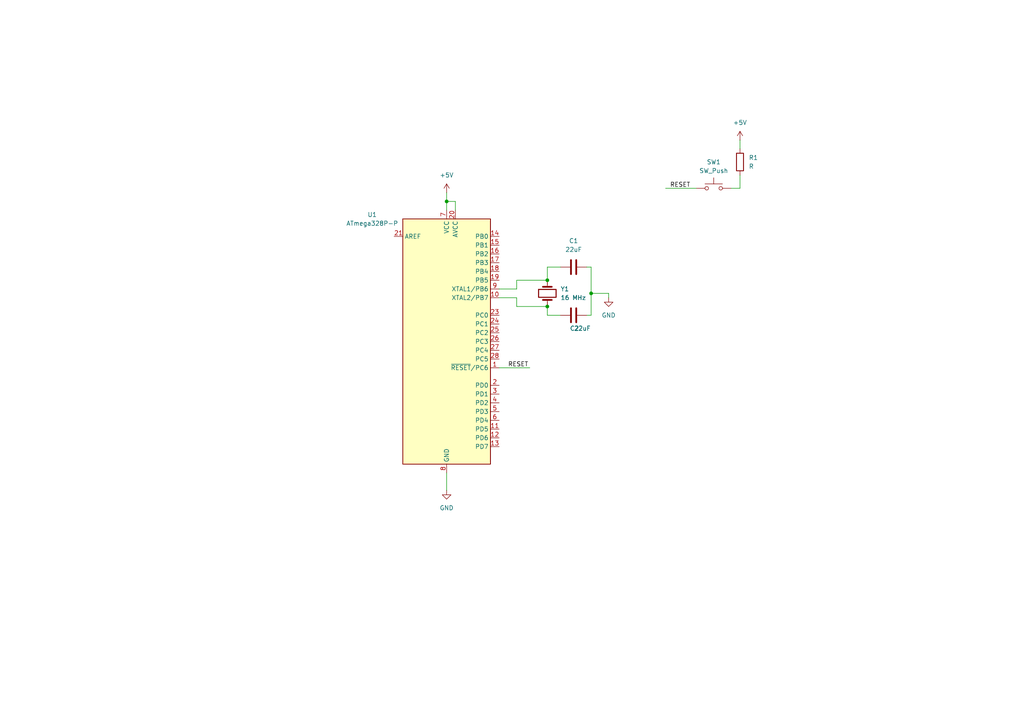
<source format=kicad_sch>
(kicad_sch (version 20231120) (generator "eeschema") (generator_version "8.0")
  (paper "A4")
  (lib_symbols
    (symbol "Device:C" (pin_numbers hide) (pin_names (offset 0.254))
      (property "Reference" "C" (at 0.635 2.54 0))
      (property "Value" "C" (at 0.635 -2.54 0))
      (symbol "C_0_1"
        (polyline (pts (xy -2.032 -0.762) (xy 2.032 -0.762)) (stroke (width 0.508)))
        (polyline (pts (xy -2.032 0.762) (xy 2.032 0.762)) (stroke (width 0.508)))
      )
      (symbol "C_1_1"
        (pin passive line (at 0 3.81 270) (length 2.794) (name "~") (number "1"))
        (pin passive line (at 0 -3.81 90) (length 2.794) (name "~") (number "2"))
      )
    )
    (symbol "Device:Crystal" (pin_numbers hide) (pin_names (offset 1.016) hide)
      (property "Reference" "Y" (at 0 3.81 0))
      (property "Value" "Crystal" (at 0 -3.81 0))
      (symbol "Crystal_0_1"
        (rectangle (start -1.143 2.54) (end 1.143 -2.54) (stroke (width 0.3048)))
        (polyline (pts (xy -2.54 0) (xy -1.905 0)))
        (polyline (pts (xy -1.905 -1.27) (xy -1.905 1.27)) (stroke (width 0.508)))
        (polyline (pts (xy 1.905 -1.27) (xy 1.905 1.27)) (stroke (width 0.508)))
        (polyline (pts (xy 2.54 0) (xy 1.905 0)))
      )
      (symbol "Crystal_1_1"
        (pin passive line (at -3.81 0 0) (length 1.27) (name "1") (number "1"))
        (pin passive line (at 3.81 0 180) (length 1.27) (name "2") (number "2"))
      )
    )
    (symbol "Device:R" (pin_numbers hide) (pin_names (offset 0))
      (property "Reference" "R" (at 2.032 0 90))
      (property "Value" "R" (at 0 0 90))
      (symbol "R_0_1"
        (rectangle (start -1.016 -2.54) (end 1.016 2.54) (stroke (width 0.254)))
      )
      (symbol "R_1_1"
        (pin passive line (at 0 3.81 270) (length 1.27) (name "~") (number "1"))
        (pin passive line (at 0 -3.81 90) (length 1.27) (name "~") (number "2"))
      )
    )
    (symbol "MCU_Microchip_ATmega:ATmega328P-P"
      (property "Reference" "U" (at -12.7 36.83 0))
      (property "Value" "ATmega328P-P" (at 2.54 -36.83 0))
      (symbol "ATmega328P-P_0_1"
        (rectangle (start -12.7 -35.56) (end 12.7 35.56) (stroke (width 0.254)) (fill (type background)))
      )
      (symbol "ATmega328P-P_1_1"
        (pin bidirectional line (at 15.24 -7.62 180) (length 2.54) (name "~{RESET}/PC6") (number "1"))
        (pin bidirectional line (at 15.24 12.7 180) (length 2.54) (name "XTAL2/PB7") (number "10"))
        (pin bidirectional line (at 15.24 -25.4 180) (length 2.54) (name "PD5") (number "11"))
        (pin bidirectional line (at 15.24 -27.94 180) (length 2.54) (name "PD6") (number "12"))
        (pin bidirectional line (at 15.24 -30.48 180) (length 2.54) (name "PD7") (number "13"))
        (pin bidirectional line (at 15.24 30.48 180) (length 2.54) (name "PB0") (number "14"))
        (pin bidirectional line (at 15.24 27.94 180) (length 2.54) (name "PB1") (number "15"))
        (pin bidirectional line (at 15.24 25.4 180) (length 2.54) (name "PB2") (number "16"))
        (pin bidirectional line (at 15.24 22.86 180) (length 2.54) (name "PB3") (number "17"))
        (pin bidirectional line (at 15.24 20.32 180) (length 2.54) (name "PB4") (number "18"))
        (pin bidirectional line (at 15.24 17.78 180) (length 2.54) (name "PB5") (number "19"))
        (pin bidirectional line (at 15.24 -12.7 180) (length 2.54) (name "PD0") (number "2"))
        (pin power_in line (at 2.54 38.1 270) (length 2.54) (name "AVCC") (number "20"))
        (pin passive line (at -15.24 30.48 0) (length 2.54) (name "AREF") (number "21"))
        (pin passive line (at 0 -38.1 90) (length 2.54) hide (name "GND") (number "22"))
        (pin bidirectional line (at 15.24 7.62 180) (length 2.54) (name "PC0") (number "23"))
        (pin bidirectional line (at 15.24 5.08 180) (length 2.54) (name "PC1") (number "24"))
        (pin bidirectional line (at 15.24 2.54 180) (length 2.54) (name "PC2") (number "25"))
        (pin bidirectional line (at 15.24 0 180) (length 2.54) (name "PC3") (number "26"))
        (pin bidirectional line (at 15.24 -2.54 180) (length 2.54) (name "PC4") (number "27"))
        (pin bidirectional line (at 15.24 -5.08 180) (length 2.54) (name "PC5") (number "28"))
        (pin bidirectional line (at 15.24 -15.24 180) (length 2.54) (name "PD1") (number "3"))
        (pin bidirectional line (at 15.24 -17.78 180) (length 2.54) (name "PD2") (number "4"))
        (pin bidirectional line (at 15.24 -20.32 180) (length 2.54) (name "PD3") (number "5"))
        (pin bidirectional line (at 15.24 -22.86 180) (length 2.54) (name "PD4") (number "6"))
        (pin power_in line (at 0 38.1 270) (length 2.54) (name "VCC") (number "7"))
        (pin power_in line (at 0 -38.1 90) (length 2.54) (name "GND") (number "8"))
        (pin bidirectional line (at 15.24 15.24 180) (length 2.54) (name "XTAL1/PB6") (number "9"))
      )
    )
    (symbol "Switch:SW_Push" (pin_numbers hide) (pin_names (offset 1.016) hide)
      (property "Reference" "SW" (at 1.27 2.54 0))
      (property "Value" "SW_Push" (at 0 -1.524 0))
      (symbol "SW_Push_0_1"
        (circle (center -2.032 0) (radius 0.508))
        (polyline (pts (xy 0 1.27) (xy 0 3.048)))
        (polyline (pts (xy 2.54 1.27) (xy -2.54 1.27)))
        (circle (center 2.032 0) (radius 0.508))
        (pin passive line (at -5.08 0 0) (length 2.54) (name "1") (number "1"))
        (pin passive line (at 5.08 0 180) (length 2.54) (name "2") (number "2"))
      )
    )
    (symbol "power:+5V" (power) (pin_numbers hide) (pin_names (offset 0) hide)
      (property "Value" "+5V" (at 0 3.556 0))
      (symbol "+5V_0_1"
        (polyline (pts (xy -0.762 1.27) (xy 0 2.54)))
        (polyline (pts (xy 0 0) (xy 0 2.54)))
        (polyline (pts (xy 0 2.54) (xy 0.762 1.27)))
      )
      (symbol "+5V_1_1"
        (pin power_in line (at 0 0 90) (length 0) (name "~") (number "1"))
      )
    )
    (symbol "power:GND" (power) (pin_numbers hide) (pin_names (offset 0) hide)
      (property "Value" "GND" (at 0 -3.81 0))
      (symbol "GND_0_1"
        (polyline (pts (xy 0 0) (xy 0 -1.27) (xy 1.27 -1.27) (xy 0 -2.54) (xy -1.27 -1.27) (xy 0 -1.27)))
      )
      (symbol "GND_1_1"
        (pin power_in line (at 0 0 270) (length 0) (name "~") (number "1"))
      )
    )
  )
  (junction (at 158.75 88.9))
  (junction (at 129.54 58.42))
  (junction (at 158.75 81.28))
  (junction (at 171.45 85.09))
  (wire (pts (xy 176.53 85.09) (xy 171.45 85.09)))
  (wire (pts (xy 158.75 91.44) (xy 158.75 88.9)))
  (wire (pts (xy 144.78 106.68) (xy 153.67 106.68)))
  (wire (pts (xy 129.54 58.42) (xy 132.08 58.42)))
  (wire (pts (xy 176.53 86.36) (xy 176.53 85.09)))
  (wire (pts (xy 171.45 77.47) (xy 171.45 85.09)))
  (wire (pts (xy 132.08 58.42) (xy 132.08 60.96)))
  (wire (pts (xy 149.86 83.82) (xy 149.86 81.28)))
  (wire (pts (xy 149.86 86.36) (xy 149.86 88.9)))
  (wire (pts (xy 214.63 50.8) (xy 214.63 54.61)))
  (wire (pts (xy 171.45 91.44) (xy 170.18 91.44)))
  (wire (pts (xy 149.86 81.28) (xy 158.75 81.28)))
  (wire (pts (xy 144.78 83.82) (xy 149.86 83.82)))
  (wire (pts (xy 162.56 91.44) (xy 158.75 91.44)))
  (wire (pts (xy 171.45 85.09) (xy 171.45 91.44)))
  (wire (pts (xy 214.63 40.64) (xy 214.63 43.18)))
  (wire (pts (xy 158.75 77.47) (xy 158.75 81.28)))
  (wire (pts (xy 149.86 88.9) (xy 158.75 88.9)))
  (wire (pts (xy 162.56 77.47) (xy 158.75 77.47)))
  (wire (pts (xy 193.04 54.61) (xy 201.93 54.61)))
  (wire (pts (xy 170.18 77.47) (xy 171.45 77.47)))
  (wire (pts (xy 214.63 54.61) (xy 212.09 54.61)))
  (wire (pts (xy 129.54 58.42) (xy 129.54 60.96)))
  (wire (pts (xy 129.54 55.88) (xy 129.54 58.42)))
  (wire (pts (xy 144.78 86.36) (xy 149.86 86.36)))
  (wire (pts (xy 129.54 137.16) (xy 129.54 142.24)))
  (label "RESET" (at 194.31 54.61 0))
  (label "RESET" (at 147.32 106.68 0))
  (symbol (lib_id "power:GND") (at 176.53 86.36 0) (unit 1)
    (property "Reference" "#PWR04" (effects (hide yes)))
    (property "Value" "GND" (at 176.53 91.44 0))
    (property "Description" "Power symbol creates a global label with name \"GND\" , ground" (effects (hide yes)))
  )
  (symbol (lib_id "Device:R") (at 214.63 46.99 0) (unit 1)
    (property "Reference" "R1" (at 217.17 45.7199 0) (effects (justify left)))
    (property "Value" "R" (at 217.17 48.2599 0) (effects (justify left)))
    (property "Description" "Resistor" (effects (hide yes)))
  )
  (symbol (lib_id "power:+5V") (at 129.54 55.88 0) (unit 1)
    (property "Reference" "#PWR02" (effects (hide yes)))
    (property "Value" "+5V" (at 129.54 50.8 0))
    (property "Description" "Power symbol creates a global label with name \"+5V\"" (effects (hide yes)))
  )
  (symbol (lib_id "Switch:SW_Push") (at 207.01 54.61 0) (unit 1)
    (property "Reference" "SW1" (at 207.01 46.99 0))
    (property "Value" "SW_Push" (at 207.01 49.53 0))
    (property "Description" "Push button switch, generic, two pins" (effects (hide yes)))
  )
  (symbol (lib_id "Device:C") (at 166.37 91.44 90) (unit 1)
    (property "Reference" "C2" (at 166.624 95.25 90))
    (property "Value" "22uF" (at 168.91 95.25 90))
    (property "Description" "Unpolarized capacitor" (effects (hide yes)))
  )
  (symbol (lib_id "Device:C") (at 166.37 77.47 90) (unit 1)
    (property "Reference" "C1" (at 166.37 69.85 90))
    (property "Value" "22uF" (at 166.37 72.39 90))
    (property "Description" "Unpolarized capacitor" (effects (hide yes)))
  )
  (symbol (lib_id "Device:Crystal") (at 158.75 85.09 90) (unit 1)
    (property "Reference" "Y1" (at 162.56 83.8199 90) (effects (justify right)))
    (property "Value" "16 MHz" (at 162.56 86.3599 90) (effects (justify right)))
    (property "Footprint" "Crystal:Crystal_HC18-U_Vertical" (effects (hide yes)))
    (property "Description" "Two pin crystal" (effects (hide yes)))
  )
  (symbol (lib_id "power:+5V") (at 214.63 40.64 0) (unit 1)
    (property "Reference" "#PWR03" (effects (hide yes)))
    (property "Value" "+5V" (at 214.63 35.56 0))
    (property "Description" "Power symbol creates a global label with name \"+5V\"" (effects (hide yes)))
  )
  (symbol (lib_id "power:GND") (at 129.54 142.24 0) (unit 1)
    (property "Reference" "#PWR01" (effects (hide yes)))
    (property "Value" "GND" (at 129.54 147.32 0))
    (property "Description" "Power symbol creates a global label with name \"GND\" , ground" (effects (hide yes)))
  )
  (symbol (lib_id "MCU_Microchip_ATmega:ATmega328P-P") (at 129.54 99.06 0) (unit 1)
    (property "Reference" "U1" (at 107.95 62.2614 0))
    (property "Value" "ATmega328P-P" (at 107.95 64.8014 0))
    (property "Footprint" "Package_DIP:DIP-28_W7.62mm" (effects (hide yes)))
    (property "Datasheet" "http://ww1.microchip.com/downloads/en/DeviceDoc/ATmega328_P%20AVR%20MCU%20with%20picoPower%20Technology%20Data%20Sheet%2040001984A.pdf" (effects (hide yes)))
    (property "Description" "20MHz, 32kB Flash, 2kB SRAM, 1kB EEPROM, DIP-28" (effects (hide yes)))
  )
)
</source>
